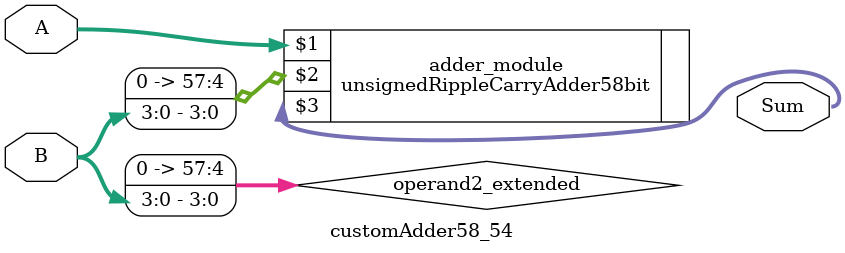
<source format=v>
module customAdder58_54(
                        input [57 : 0] A,
                        input [3 : 0] B,
                        
                        output [58 : 0] Sum
                );

        wire [57 : 0] operand2_extended;
        
        assign operand2_extended =  {54'b0, B};
        
        unsignedRippleCarryAdder58bit adder_module(
            A,
            operand2_extended,
            Sum
        );
        
        endmodule
        
</source>
